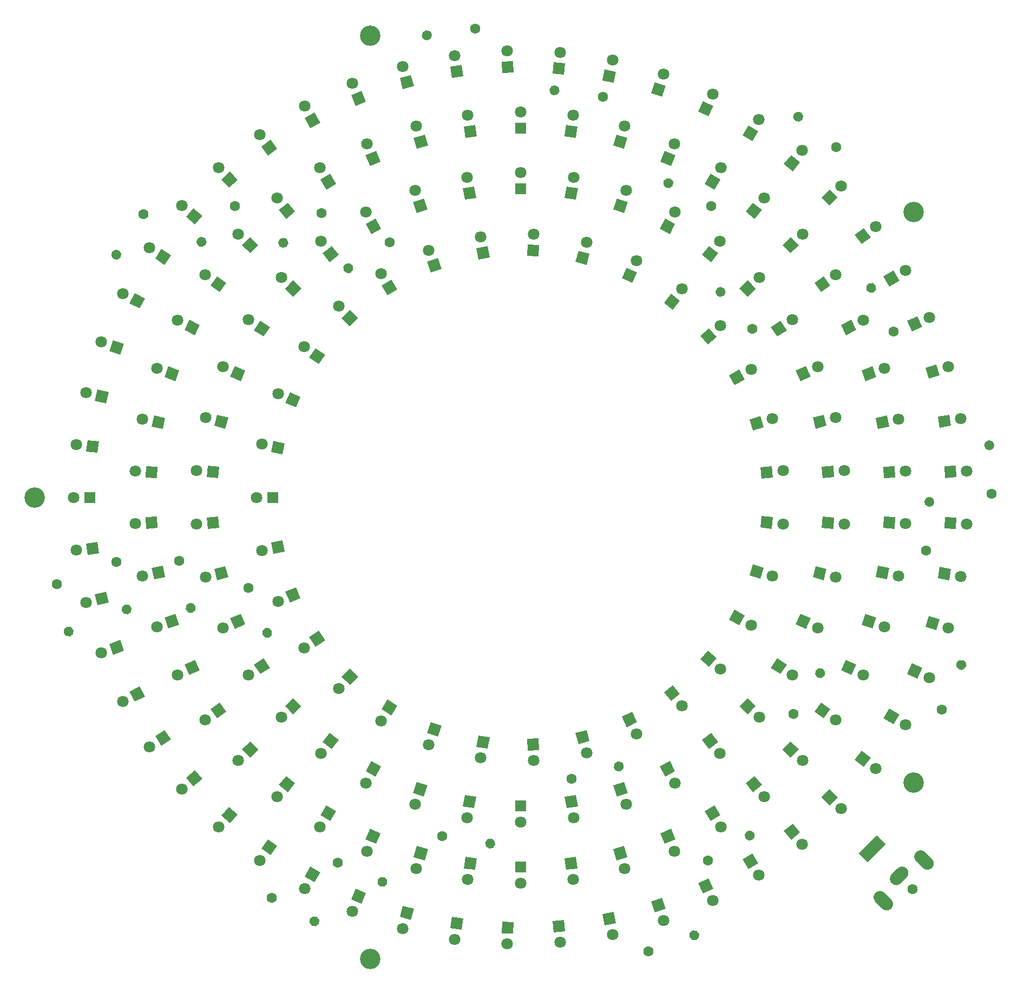
<source format=gbr>
%TF.GenerationSoftware,KiCad,Pcbnew,5.1.9-73d0e3b20d~88~ubuntu20.10.1*%
%TF.CreationDate,2021-06-02T15:00:00-07:00*%
%TF.ProjectId,72mm_id_4_row_168_led,37326d6d-5f69-4645-9f34-5f726f775f31,rev?*%
%TF.SameCoordinates,Original*%
%TF.FileFunction,Soldermask,Bot*%
%TF.FilePolarity,Negative*%
%FSLAX46Y46*%
G04 Gerber Fmt 4.6, Leading zero omitted, Abs format (unit mm)*
G04 Created by KiCad (PCBNEW 5.1.9-73d0e3b20d~88~ubuntu20.10.1) date 2021-06-02 15:00:00*
%MOMM*%
%LPD*%
G01*
G04 APERTURE LIST*
%ADD10C,3.200000*%
%ADD11C,1.800000*%
%ADD12C,0.100000*%
%ADD13R,1.800000X1.800000*%
%ADD14C,1.600000*%
G04 APERTURE END LIST*
D10*
%TO.C,M5*%
X161485000Y-55328300D03*
%TD*%
%TO.C,M4*%
X76514700Y-27719700D03*
%TD*%
%TO.C,M3*%
X24000000Y-100000000D03*
%TD*%
%TO.C,M2*%
X76514700Y-172280000D03*
%TD*%
%TO.C,M1*%
X161485000Y-144672000D03*
%TD*%
D11*
%TO.C,D1*%
X141058043Y-104179751D03*
D12*
G36*
X137542812Y-104715243D02*
G01*
X137730963Y-102925104D01*
X139521102Y-103113255D01*
X139332951Y-104903394D01*
X137542812Y-104715243D01*
G37*
%TD*%
D11*
%TO.C,D2*%
X139380507Y-112346312D03*
D12*
G36*
X135827684Y-112201228D02*
G01*
X136353953Y-110479879D01*
X138075302Y-111006148D01*
X137549033Y-112727497D01*
X135827684Y-112201228D01*
G37*
%TD*%
D11*
%TO.C,D3*%
X136084767Y-120027708D03*
D12*
G36*
X132639747Y-119147121D02*
G01*
X133512404Y-117572806D01*
X135086719Y-118445463D01*
X134214062Y-120019778D01*
X132639747Y-119147121D01*
G37*
%TD*%
D11*
%TO.C,D4*%
X131308481Y-126888195D03*
D12*
G36*
X128121827Y-125310590D02*
G01*
X129302734Y-123952113D01*
X130661211Y-125133020D01*
X129480304Y-126491497D01*
X128121827Y-125310590D01*
G37*
%TD*%
D11*
%TO.C,D5*%
X125265890Y-132631774D03*
D12*
G36*
X122438805Y-130475112D02*
G01*
X123857224Y-129366921D01*
X124965415Y-130785340D01*
X123546996Y-131893531D01*
X122438805Y-130475112D01*
G37*
%TD*%
D11*
%TO.C,D6*%
X118172731Y-137053468D03*
D12*
G36*
X115855820Y-134356151D02*
G01*
X117473650Y-133567083D01*
X118262718Y-135184913D01*
X116644888Y-135973981D01*
X115855820Y-134356151D01*
G37*
%TD*%
D11*
%TO.C,D7*%
X110354700Y-139949726D03*
D12*
G36*
X108595030Y-136859878D02*
G01*
X110333696Y-136394004D01*
X110799570Y-138132670D01*
X109060904Y-138598544D01*
X108595030Y-136859878D01*
G37*
%TD*%
D11*
%TO.C,D8*%
X102092467Y-141217260D03*
D12*
G36*
X101013664Y-137829076D02*
G01*
X102811197Y-137734871D01*
X102905402Y-139532404D01*
X101107869Y-139626609D01*
X101013664Y-137829076D01*
G37*
%TD*%
D11*
%TO.C,D9*%
X93744228Y-140793364D03*
D12*
G36*
X93393444Y-137254925D02*
G01*
X95171283Y-137536508D01*
X94889700Y-139314347D01*
X93111861Y-139032764D01*
X93393444Y-137254925D01*
G37*
%TD*%
D11*
%TO.C,D10*%
X85673434Y-138703410D03*
D12*
G36*
X86004261Y-135163049D02*
G01*
X87695707Y-135778685D01*
X87080071Y-137470131D01*
X85388625Y-136854495D01*
X86004261Y-135163049D01*
G37*
%TD*%
D11*
%TO.C,D11*%
X78168403Y-135023021D03*
D12*
G36*
X79228081Y-131628808D02*
G01*
X80754568Y-132582663D01*
X79800713Y-134109150D01*
X78274226Y-133155295D01*
X79228081Y-131628808D01*
G37*
%TD*%
D11*
%TO.C,D12*%
X71559084Y-129905562D03*
D12*
G36*
X73301303Y-126805840D02*
G01*
X74596114Y-128056225D01*
X73345729Y-129351036D01*
X72050918Y-128100651D01*
X73301303Y-126805840D01*
G37*
%TD*%
D11*
%TO.C,D13*%
X66129177Y-123579442D03*
D12*
G36*
X68430841Y-120869102D02*
G01*
X69463279Y-122343576D01*
X67988805Y-123376014D01*
X66956367Y-121901540D01*
X68430841Y-120869102D01*
G37*
%TD*%
D11*
%TO.C,D14*%
X62072659Y-116270229D03*
D12*
G36*
X64887537Y-114097659D02*
G01*
X65590853Y-115754567D01*
X63933945Y-116457883D01*
X63230629Y-114800975D01*
X64887537Y-114097659D01*
G37*
%TD*%
D11*
%TO.C,D15*%
X59576553Y-108316048D03*
D12*
G36*
X62754259Y-106720499D02*
G01*
X63128500Y-108481164D01*
X61367835Y-108855405D01*
X60993594Y-107094740D01*
X62754259Y-106720499D01*
G37*
%TD*%
D11*
%TO.C,D16*%
X58730000Y-100000000D03*
D13*
X61270000Y-100000000D03*
%TD*%
D11*
%TO.C,D17*%
X59576553Y-91684052D03*
D12*
G36*
X63128500Y-91518936D02*
G01*
X62754259Y-93279601D01*
X60993594Y-92905360D01*
X61367835Y-91144695D01*
X63128500Y-91518936D01*
G37*
%TD*%
D11*
%TO.C,D18*%
X62072659Y-83729571D03*
D12*
G36*
X65590853Y-84245233D02*
G01*
X64887537Y-85902141D01*
X63230629Y-85198825D01*
X63933945Y-83541917D01*
X65590853Y-84245233D01*
G37*
%TD*%
D11*
%TO.C,D19*%
X66129177Y-76420858D03*
D12*
G36*
X69463279Y-77656724D02*
G01*
X68430841Y-79131198D01*
X66956367Y-78098760D01*
X67988805Y-76624286D01*
X69463279Y-77656724D01*
G37*
%TD*%
D11*
%TO.C,D20*%
X71559084Y-70094738D03*
D12*
G36*
X74596114Y-71944075D02*
G01*
X73301303Y-73194460D01*
X72050918Y-71899649D01*
X73345729Y-70649264D01*
X74596114Y-71944075D01*
G37*
%TD*%
D11*
%TO.C,D21*%
X78168403Y-64977179D03*
D12*
G36*
X80754568Y-67417537D02*
G01*
X79228081Y-68371392D01*
X78274226Y-66844905D01*
X79800713Y-65891050D01*
X80754568Y-67417537D01*
G37*
%TD*%
D11*
%TO.C,D22*%
X85673434Y-61296490D03*
D12*
G36*
X87695707Y-64221215D02*
G01*
X86004261Y-64836851D01*
X85388625Y-63145405D01*
X87080071Y-62529769D01*
X87695707Y-64221215D01*
G37*
%TD*%
D11*
%TO.C,D23*%
X93744228Y-59206936D03*
D12*
G36*
X95171283Y-62463792D02*
G01*
X93393444Y-62745375D01*
X93111861Y-60967536D01*
X94889700Y-60685953D01*
X95171283Y-62463792D01*
G37*
%TD*%
D11*
%TO.C,D24*%
X102092467Y-58783040D03*
D12*
G36*
X102811197Y-62265429D02*
G01*
X101013664Y-62171224D01*
X101107869Y-60373691D01*
X102905402Y-60467896D01*
X102811197Y-62265429D01*
G37*
%TD*%
D11*
%TO.C,D25*%
X110354700Y-60050174D03*
D12*
G36*
X110333696Y-63605896D02*
G01*
X108595030Y-63140022D01*
X109060904Y-61401356D01*
X110799570Y-61867230D01*
X110333696Y-63605896D01*
G37*
%TD*%
D11*
%TO.C,D26*%
X118172731Y-62946332D03*
D12*
G36*
X117473650Y-66432717D02*
G01*
X115855820Y-65643649D01*
X116644888Y-64025819D01*
X118262718Y-64814887D01*
X117473650Y-66432717D01*
G37*
%TD*%
D11*
%TO.C,D27*%
X125265890Y-67368226D03*
D12*
G36*
X123857224Y-70633079D02*
G01*
X122438805Y-69524888D01*
X123546996Y-68106469D01*
X124965415Y-69214660D01*
X123857224Y-70633079D01*
G37*
%TD*%
D11*
%TO.C,D28*%
X131308481Y-73111905D03*
D12*
G36*
X129302734Y-76047987D02*
G01*
X128121827Y-74689510D01*
X129480304Y-73508603D01*
X130661211Y-74867080D01*
X129302734Y-76047987D01*
G37*
%TD*%
D11*
%TO.C,D29*%
X136084767Y-79972192D03*
D12*
G36*
X133512404Y-82427094D02*
G01*
X132639747Y-80852779D01*
X134214062Y-79980122D01*
X135086719Y-81554437D01*
X133512404Y-82427094D01*
G37*
%TD*%
D11*
%TO.C,D30*%
X139380507Y-87654188D03*
D12*
G36*
X136353953Y-89520621D02*
G01*
X135827684Y-87799272D01*
X137549033Y-87273003D01*
X138075302Y-88994352D01*
X136353953Y-89520621D01*
G37*
%TD*%
D11*
%TO.C,D31*%
X141058043Y-95820549D03*
D12*
G36*
X137730963Y-97075196D02*
G01*
X137542812Y-95285057D01*
X139332951Y-95096906D01*
X139521102Y-96887045D01*
X137730963Y-97075196D01*
G37*
%TD*%
D11*
%TO.C,D32*%
X150651167Y-104202688D03*
D12*
G36*
X147145818Y-104799447D02*
G01*
X147302698Y-103006297D01*
X149095848Y-103163177D01*
X148938968Y-104956327D01*
X147145818Y-104799447D01*
G37*
%TD*%
D11*
%TO.C,D33*%
X149271276Y-112472241D03*
D12*
G36*
X145715728Y-112513295D02*
G01*
X146151188Y-110766763D01*
X147897720Y-111202223D01*
X147462260Y-112948755D01*
X145715728Y-112513295D01*
G37*
%TD*%
D11*
%TO.C,D34*%
X146542203Y-120422556D03*
D12*
G36*
X143033543Y-119845572D02*
G01*
X143765669Y-118201190D01*
X145410051Y-118933316D01*
X144677925Y-120577698D01*
X143033543Y-119845572D01*
G37*
%TD*%
D11*
%TO.C,D35*%
X142551112Y-127795692D03*
D12*
G36*
X139175909Y-126676936D02*
G01*
X140156260Y-125167329D01*
X141665867Y-126147680D01*
X140685516Y-127657287D01*
X139175909Y-126676936D01*
G37*
%TD*%
D11*
%TO.C,D36*%
X137387819Y-134429138D03*
D12*
G36*
X134258164Y-132741282D02*
G01*
X135485761Y-131424845D01*
X136802198Y-132652442D01*
X135574601Y-133968879D01*
X134258164Y-132741282D01*
G37*
%TD*%
D11*
%TO.C,D37*%
X131219890Y-140106774D03*
D12*
G36*
X128392805Y-137950112D02*
G01*
X129811224Y-136841921D01*
X130919415Y-138260340D01*
X129500996Y-139368531D01*
X128392805Y-137950112D01*
G37*
%TD*%
D11*
%TO.C,D38*%
X124182229Y-144704343D03*
D12*
G36*
X121772594Y-142089529D02*
G01*
X123361899Y-141244480D01*
X124206948Y-142833785D01*
X122617643Y-143678834D01*
X121772594Y-142089529D01*
G37*
%TD*%
D11*
%TO.C,D39*%
X116504472Y-148070809D03*
D12*
G36*
X114533550Y-145111236D02*
G01*
X116235483Y-144525213D01*
X116821506Y-146227146D01*
X115119573Y-146813169D01*
X114533550Y-145111236D01*
G37*
%TD*%
D11*
%TO.C,D40*%
X108355672Y-150134364D03*
D12*
G36*
X106928617Y-146877508D02*
G01*
X108706456Y-146595925D01*
X108988039Y-148373764D01*
X107210200Y-148655347D01*
X106928617Y-146877508D01*
G37*
%TD*%
D11*
%TO.C,D41*%
X100000000Y-150826000D03*
D13*
X100000000Y-148286000D03*
%TD*%
D11*
%TO.C,D42*%
X91644728Y-150134364D03*
D12*
G36*
X91293944Y-146595925D02*
G01*
X93071783Y-146877508D01*
X92790200Y-148655347D01*
X91012361Y-148373764D01*
X91293944Y-146595925D01*
G37*
%TD*%
D11*
%TO.C,D43*%
X83495828Y-148070809D03*
D12*
G36*
X83764817Y-144525213D02*
G01*
X85466750Y-145111236D01*
X84880727Y-146813169D01*
X83178794Y-146227146D01*
X83764817Y-144525213D01*
G37*
%TD*%
D11*
%TO.C,D44*%
X75817971Y-144704343D03*
D12*
G36*
X76638301Y-141244480D02*
G01*
X78227606Y-142089529D01*
X77382557Y-143678834D01*
X75793252Y-142833785D01*
X76638301Y-141244480D01*
G37*
%TD*%
D11*
%TO.C,D45*%
X68780410Y-140106774D03*
D12*
G36*
X70189076Y-136841921D02*
G01*
X71607495Y-137950112D01*
X70499304Y-139368531D01*
X69080885Y-138260340D01*
X70189076Y-136841921D01*
G37*
%TD*%
D11*
%TO.C,D46*%
X62611981Y-134429138D03*
D12*
G36*
X64514039Y-131424845D02*
G01*
X65741636Y-132741282D01*
X64425199Y-133968879D01*
X63197602Y-132652442D01*
X64514039Y-131424845D01*
G37*
%TD*%
D11*
%TO.C,D47*%
X57448688Y-127795692D03*
D12*
G36*
X59843540Y-125167329D02*
G01*
X60823891Y-126676936D01*
X59314284Y-127657287D01*
X58333933Y-126147680D01*
X59843540Y-125167329D01*
G37*
%TD*%
D11*
%TO.C,D48*%
X53458097Y-120422556D03*
D12*
G36*
X56234631Y-118201190D02*
G01*
X56966757Y-119845572D01*
X55322375Y-120577698D01*
X54590249Y-118933316D01*
X56234631Y-118201190D01*
G37*
%TD*%
D11*
%TO.C,D49*%
X50728524Y-112472241D03*
D12*
G36*
X53848612Y-110766763D02*
G01*
X54284072Y-112513295D01*
X52537540Y-112948755D01*
X52102080Y-111202223D01*
X53848612Y-110766763D01*
G37*
%TD*%
D11*
%TO.C,D50*%
X49348533Y-104202688D03*
D12*
G36*
X52697002Y-103006297D02*
G01*
X52853882Y-104799447D01*
X51060732Y-104956327D01*
X50903852Y-103163177D01*
X52697002Y-103006297D01*
G37*
%TD*%
D11*
%TO.C,D51*%
X49348533Y-95797012D03*
D12*
G36*
X52853882Y-95200253D02*
G01*
X52697002Y-96993403D01*
X50903852Y-96836523D01*
X51060732Y-95043373D01*
X52853882Y-95200253D01*
G37*
%TD*%
D11*
%TO.C,D52*%
X50728524Y-87527559D03*
D12*
G36*
X54284072Y-87486505D02*
G01*
X53848612Y-89233037D01*
X52102080Y-88797577D01*
X52537540Y-87051045D01*
X54284072Y-87486505D01*
G37*
%TD*%
D11*
%TO.C,D53*%
X53458097Y-79577244D03*
D12*
G36*
X56966757Y-80154228D02*
G01*
X56234631Y-81798610D01*
X54590249Y-81066484D01*
X55322375Y-79422102D01*
X56966757Y-80154228D01*
G37*
%TD*%
D11*
%TO.C,D54*%
X57448688Y-72204008D03*
D12*
G36*
X60823891Y-73322764D02*
G01*
X59843540Y-74832371D01*
X58333933Y-73852020D01*
X59314284Y-72342413D01*
X60823891Y-73322764D01*
G37*
%TD*%
D11*
%TO.C,D55*%
X62611981Y-65570762D03*
D12*
G36*
X65741636Y-67258618D02*
G01*
X64514039Y-68575055D01*
X63197602Y-67347458D01*
X64425199Y-66031021D01*
X65741636Y-67258618D01*
G37*
%TD*%
D11*
%TO.C,D56*%
X68780410Y-59892926D03*
D12*
G36*
X71607495Y-62049588D02*
G01*
X70189076Y-63157779D01*
X69080885Y-61739360D01*
X70499304Y-60631169D01*
X71607495Y-62049588D01*
G37*
%TD*%
D11*
%TO.C,D57*%
X75817971Y-55295857D03*
D12*
G36*
X78227606Y-57910671D02*
G01*
X76638301Y-58755720D01*
X75793252Y-57166415D01*
X77382557Y-56321366D01*
X78227606Y-57910671D01*
G37*
%TD*%
D11*
%TO.C,D58*%
X83495828Y-51928691D03*
D12*
G36*
X85466750Y-54888264D02*
G01*
X83764817Y-55474287D01*
X83178794Y-53772354D01*
X84880727Y-53186331D01*
X85466750Y-54888264D01*
G37*
%TD*%
D11*
%TO.C,D59*%
X91644728Y-49865936D03*
D12*
G36*
X93071783Y-53122792D02*
G01*
X91293944Y-53404375D01*
X91012361Y-51626536D01*
X92790200Y-51344953D01*
X93071783Y-53122792D01*
G37*
%TD*%
D11*
%TO.C,D60*%
X100000000Y-49174400D03*
D13*
X100000000Y-51714400D03*
%TD*%
D11*
%TO.C,D61*%
X108355672Y-49865936D03*
D12*
G36*
X108706456Y-53404375D02*
G01*
X106928617Y-53122792D01*
X107210200Y-51344953D01*
X108988039Y-51626536D01*
X108706456Y-53404375D01*
G37*
%TD*%
D11*
%TO.C,D62*%
X116504472Y-51928691D03*
D12*
G36*
X116235483Y-55474287D02*
G01*
X114533550Y-54888264D01*
X115119573Y-53186331D01*
X116821506Y-53772354D01*
X116235483Y-55474287D01*
G37*
%TD*%
D11*
%TO.C,D63*%
X124182229Y-55295857D03*
D12*
G36*
X123361899Y-58755720D02*
G01*
X121772594Y-57910671D01*
X122617643Y-56321366D01*
X124206948Y-57166415D01*
X123361899Y-58755720D01*
G37*
%TD*%
D11*
%TO.C,D64*%
X131219890Y-59892926D03*
D12*
G36*
X129811224Y-63157779D02*
G01*
X128392805Y-62049588D01*
X129500996Y-60631169D01*
X130919415Y-61739360D01*
X129811224Y-63157779D01*
G37*
%TD*%
D11*
%TO.C,D65*%
X137387819Y-65570762D03*
D12*
G36*
X135485761Y-68575055D02*
G01*
X134258164Y-67258618D01*
X135574601Y-66031021D01*
X136802198Y-67347458D01*
X135485761Y-68575055D01*
G37*
%TD*%
D11*
%TO.C,D66*%
X142551112Y-72204008D03*
D12*
G36*
X140156260Y-74832371D02*
G01*
X139175909Y-73322764D01*
X140685516Y-72342413D01*
X141665867Y-73852020D01*
X140156260Y-74832371D01*
G37*
%TD*%
D11*
%TO.C,D67*%
X146542203Y-79577244D03*
D12*
G36*
X143765669Y-81798610D02*
G01*
X143033543Y-80154228D01*
X144677925Y-79422102D01*
X145410051Y-81066484D01*
X143765669Y-81798610D01*
G37*
%TD*%
D11*
%TO.C,D68*%
X149271276Y-87527559D03*
D12*
G36*
X146151188Y-89233037D02*
G01*
X145715728Y-87486505D01*
X147462260Y-87051045D01*
X147897720Y-88797577D01*
X146151188Y-89233037D01*
G37*
%TD*%
D11*
%TO.C,D69*%
X150651167Y-95797012D03*
D12*
G36*
X147302698Y-96993403D02*
G01*
X147145818Y-95200253D01*
X148938968Y-95043373D01*
X149095848Y-96836523D01*
X147302698Y-96993403D01*
G37*
%TD*%
D11*
%TO.C,D70*%
X160239906Y-104122591D03*
D12*
G36*
X156745506Y-104780436D02*
G01*
X156871067Y-102984821D01*
X158666682Y-103110382D01*
X158541121Y-104905997D01*
X156745506Y-104780436D01*
G37*
%TD*%
D11*
%TO.C,D71*%
X159117247Y-112291048D03*
D12*
G36*
X155565300Y-112456164D02*
G01*
X155939541Y-110695499D01*
X157700206Y-111069740D01*
X157325965Y-112830405D01*
X155565300Y-112456164D01*
G37*
%TD*%
D11*
%TO.C,D72*%
X156891410Y-120229366D03*
D12*
G36*
X153351049Y-119898539D02*
G01*
X153966685Y-118207093D01*
X155658131Y-118822729D01*
X155042495Y-120514175D01*
X153351049Y-119898539D01*
G37*
%TD*%
D11*
%TO.C,D73*%
X153615578Y-127771568D03*
D12*
G36*
X150141925Y-127011746D02*
G01*
X150959108Y-125407935D01*
X152562919Y-126225118D01*
X151745736Y-127828929D01*
X150141925Y-127011746D01*
G37*
%TD*%
D11*
%TO.C,D74*%
X149332323Y-134816442D03*
D12*
G36*
X145998221Y-133580576D02*
G01*
X147030659Y-132106102D01*
X148505133Y-133138540D01*
X147472695Y-134613014D01*
X145998221Y-133580576D01*
G37*
%TD*%
D11*
%TO.C,D75*%
X144129819Y-141212138D03*
D12*
G36*
X141000164Y-139524282D02*
G01*
X142227761Y-138207845D01*
X143544198Y-139435442D01*
X142316601Y-140751879D01*
X141000164Y-139524282D01*
G37*
%TD*%
D11*
%TO.C,D76*%
X138103237Y-146839975D03*
D12*
G36*
X135238943Y-144732982D02*
G01*
X136637806Y-143600205D01*
X137770583Y-144999068D01*
X136371720Y-146131845D01*
X135238943Y-144732982D01*
G37*
%TD*%
D11*
%TO.C,D77*%
X131367098Y-151594602D03*
D12*
G36*
X128823917Y-149109482D02*
G01*
X130366818Y-148182413D01*
X131293887Y-149725314D01*
X129750986Y-150652383D01*
X128823917Y-149109482D01*
G37*
%TD*%
D11*
%TO.C,D78*%
X124046229Y-155386041D03*
D12*
G36*
X121873659Y-152571163D02*
G01*
X123530567Y-151867847D01*
X124233883Y-153524755D01*
X122576975Y-154228071D01*
X121873659Y-152571163D01*
G37*
%TD*%
D11*
%TO.C,D79*%
X116298059Y-158139802D03*
D12*
G36*
X114484732Y-155081136D02*
G01*
X116215003Y-154584989D01*
X116711150Y-156315260D01*
X114980879Y-156811407D01*
X114484732Y-155081136D01*
G37*
%TD*%
D11*
%TO.C,D80*%
X108225750Y-159818640D03*
D12*
G36*
X106855753Y-156537375D02*
G01*
X108638235Y-156286863D01*
X108888747Y-158069345D01*
X107106265Y-158319857D01*
X106855753Y-156537375D01*
G37*
%TD*%
D11*
%TO.C,D81*%
X100000000Y-160381000D03*
D13*
X100000000Y-157841000D03*
%TD*%
D11*
%TO.C,D82*%
X91774250Y-159818640D03*
D12*
G36*
X91361765Y-156286863D02*
G01*
X93144247Y-156537375D01*
X92893735Y-158319857D01*
X91111253Y-158069345D01*
X91361765Y-156286863D01*
G37*
%TD*%
D11*
%TO.C,D83*%
X83701941Y-158139802D03*
D12*
G36*
X83784997Y-154584989D02*
G01*
X85515268Y-155081136D01*
X85019121Y-156811407D01*
X83288850Y-156315260D01*
X83784997Y-154584989D01*
G37*
%TD*%
D11*
%TO.C,D84*%
X75953871Y-155386041D03*
D12*
G36*
X76469533Y-151867847D02*
G01*
X78126441Y-152571163D01*
X77423125Y-154228071D01*
X75766217Y-153524755D01*
X76469533Y-151867847D01*
G37*
%TD*%
D11*
%TO.C,D85*%
X68632702Y-151594602D03*
D12*
G36*
X69632982Y-148182413D02*
G01*
X71175883Y-149109482D01*
X70248814Y-150652383D01*
X68705913Y-149725314D01*
X69632982Y-148182413D01*
G37*
%TD*%
D11*
%TO.C,D86*%
X61896463Y-146839975D03*
D12*
G36*
X63361894Y-143600205D02*
G01*
X64760757Y-144732982D01*
X63627980Y-146131845D01*
X62229117Y-144999068D01*
X63361894Y-143600205D01*
G37*
%TD*%
D11*
%TO.C,D87*%
X55870681Y-141212138D03*
D12*
G36*
X57772739Y-138207845D02*
G01*
X59000336Y-139524282D01*
X57683899Y-140751879D01*
X56456302Y-139435442D01*
X57772739Y-138207845D01*
G37*
%TD*%
D11*
%TO.C,D88*%
X50667677Y-134816442D03*
D12*
G36*
X52969341Y-132106102D02*
G01*
X54001779Y-133580576D01*
X52527305Y-134613014D01*
X51494867Y-133138540D01*
X52969341Y-132106102D01*
G37*
%TD*%
D11*
%TO.C,D89*%
X46384522Y-127771568D03*
D12*
G36*
X49040992Y-125407935D02*
G01*
X49858175Y-127011746D01*
X48254364Y-127828929D01*
X47437181Y-126225118D01*
X49040992Y-125407935D01*
G37*
%TD*%
D11*
%TO.C,D90*%
X43108490Y-120229366D03*
D12*
G36*
X46033215Y-118207093D02*
G01*
X46648851Y-119898539D01*
X44957405Y-120514175D01*
X44341769Y-118822729D01*
X46033215Y-118207093D01*
G37*
%TD*%
D11*
%TO.C,D91*%
X40883053Y-112291048D03*
D12*
G36*
X44060759Y-110695499D02*
G01*
X44435000Y-112456164D01*
X42674335Y-112830405D01*
X42300094Y-111069740D01*
X44060759Y-110695499D01*
G37*
%TD*%
D11*
%TO.C,D92*%
X39759794Y-104122591D03*
D12*
G36*
X43128633Y-102984821D02*
G01*
X43254194Y-104780436D01*
X41458579Y-104905997D01*
X41333018Y-103110382D01*
X43128633Y-102984821D01*
G37*
%TD*%
D11*
%TO.C,D93*%
X39759794Y-95877509D03*
D12*
G36*
X43254194Y-95219664D02*
G01*
X43128633Y-97015279D01*
X41333018Y-96889718D01*
X41458579Y-95094103D01*
X43254194Y-95219664D01*
G37*
%TD*%
D11*
%TO.C,D94*%
X40883053Y-87709452D03*
D12*
G36*
X44435000Y-87544336D02*
G01*
X44060759Y-89305001D01*
X42300094Y-88930760D01*
X42674335Y-87170095D01*
X44435000Y-87544336D01*
G37*
%TD*%
D11*
%TO.C,D95*%
X43108490Y-79770534D03*
D12*
G36*
X46648851Y-80101361D02*
G01*
X46033215Y-81792807D01*
X44341769Y-81177171D01*
X44957405Y-79485725D01*
X46648851Y-80101361D01*
G37*
%TD*%
D11*
%TO.C,D96*%
X46384522Y-72228432D03*
D12*
G36*
X49858175Y-72988254D02*
G01*
X49040992Y-74592065D01*
X47437181Y-73774882D01*
X48254364Y-72171071D01*
X49858175Y-72988254D01*
G37*
%TD*%
D11*
%TO.C,D97*%
X50667677Y-65183358D03*
D12*
G36*
X54001779Y-66419224D02*
G01*
X52969341Y-67893698D01*
X51494867Y-66861260D01*
X52527305Y-65386786D01*
X54001779Y-66419224D01*
G37*
%TD*%
D11*
%TO.C,D98*%
X55870681Y-58787362D03*
D12*
G36*
X59000336Y-60475218D02*
G01*
X57772739Y-61791655D01*
X56456302Y-60564058D01*
X57683899Y-59247621D01*
X59000336Y-60475218D01*
G37*
%TD*%
D11*
%TO.C,D99*%
X61896463Y-53159825D03*
D12*
G36*
X64760757Y-55266818D02*
G01*
X63361894Y-56399595D01*
X62229117Y-55000732D01*
X63627980Y-53867955D01*
X64760757Y-55266818D01*
G37*
%TD*%
D11*
%TO.C,D100*%
X68632702Y-48405698D03*
D12*
G36*
X71175883Y-50890818D02*
G01*
X69632982Y-51817887D01*
X68705913Y-50274986D01*
X70248814Y-49347917D01*
X71175883Y-50890818D01*
G37*
%TD*%
D11*
%TO.C,D101*%
X75953871Y-44613559D03*
D12*
G36*
X78126441Y-47428437D02*
G01*
X76469533Y-48131753D01*
X75766217Y-46474845D01*
X77423125Y-45771529D01*
X78126441Y-47428437D01*
G37*
%TD*%
D11*
%TO.C,D102*%
X83701941Y-41860098D03*
D12*
G36*
X85515268Y-44918764D02*
G01*
X83784997Y-45414911D01*
X83288850Y-43684640D01*
X85019121Y-43188493D01*
X85515268Y-44918764D01*
G37*
%TD*%
D11*
%TO.C,D103*%
X91774250Y-40181860D03*
D12*
G36*
X93144247Y-43463125D02*
G01*
X91361765Y-43713637D01*
X91111253Y-41931155D01*
X92893735Y-41680643D01*
X93144247Y-43463125D01*
G37*
%TD*%
D11*
%TO.C,D104*%
X100000000Y-39618900D03*
D13*
X100000000Y-42158900D03*
%TD*%
D11*
%TO.C,D105*%
X108225750Y-40181860D03*
D12*
G36*
X108638235Y-43713637D02*
G01*
X106855753Y-43463125D01*
X107106265Y-41680643D01*
X108888747Y-41931155D01*
X108638235Y-43713637D01*
G37*
%TD*%
D11*
%TO.C,D106*%
X116298059Y-41860098D03*
D12*
G36*
X116215003Y-45414911D02*
G01*
X114484732Y-44918764D01*
X114980879Y-43188493D01*
X116711150Y-43684640D01*
X116215003Y-45414911D01*
G37*
%TD*%
D11*
%TO.C,D107*%
X124046229Y-44613559D03*
D12*
G36*
X123530567Y-48131753D02*
G01*
X121873659Y-47428437D01*
X122576975Y-45771529D01*
X124233883Y-46474845D01*
X123530567Y-48131753D01*
G37*
%TD*%
D11*
%TO.C,D108*%
X131367098Y-48405698D03*
D12*
G36*
X130366818Y-51817887D02*
G01*
X128823917Y-50890818D01*
X129750986Y-49347917D01*
X131293887Y-50274986D01*
X130366818Y-51817887D01*
G37*
%TD*%
D11*
%TO.C,D109*%
X138103237Y-53159825D03*
D12*
G36*
X136637806Y-56399595D02*
G01*
X135238943Y-55266818D01*
X136371720Y-53867955D01*
X137770583Y-55000732D01*
X136637806Y-56399595D01*
G37*
%TD*%
D11*
%TO.C,D110*%
X144129819Y-58787362D03*
D12*
G36*
X142227761Y-61791655D02*
G01*
X141000164Y-60475218D01*
X142316601Y-59247621D01*
X143544198Y-60564058D01*
X142227761Y-61791655D01*
G37*
%TD*%
D11*
%TO.C,D111*%
X149332323Y-65183358D03*
D12*
G36*
X147030659Y-67893698D02*
G01*
X145998221Y-66419224D01*
X147472695Y-65386786D01*
X148505133Y-66861260D01*
X147030659Y-67893698D01*
G37*
%TD*%
D11*
%TO.C,D112*%
X153615578Y-72228432D03*
D12*
G36*
X150959108Y-74592065D02*
G01*
X150141925Y-72988254D01*
X151745736Y-72171071D01*
X152562919Y-73774882D01*
X150959108Y-74592065D01*
G37*
%TD*%
D11*
%TO.C,D113*%
X156891410Y-79770534D03*
D12*
G36*
X153966685Y-81792807D02*
G01*
X153351049Y-80101361D01*
X155042495Y-79485725D01*
X155658131Y-81177171D01*
X153966685Y-81792807D01*
G37*
%TD*%
D11*
%TO.C,D114*%
X159117247Y-87709452D03*
D12*
G36*
X155939541Y-89305001D02*
G01*
X155565300Y-87544336D01*
X157325965Y-87170095D01*
X157700206Y-88930760D01*
X155939541Y-89305001D01*
G37*
%TD*%
D11*
%TO.C,D115*%
X160239906Y-95877509D03*
D12*
G36*
X156871067Y-97015279D02*
G01*
X156745506Y-95219664D01*
X158541121Y-95094103D01*
X158666682Y-96889718D01*
X156871067Y-97015279D01*
G37*
%TD*%
D11*
%TO.C,D116*%
X169814260Y-104134467D03*
D12*
G36*
X166331871Y-104853197D02*
G01*
X166426076Y-103055664D01*
X168223609Y-103149869D01*
X168129404Y-104947402D01*
X166331871Y-104853197D01*
G37*
%TD*%
D11*
%TO.C,D117*%
X168834706Y-112366533D03*
D12*
G36*
X165290684Y-112655511D02*
G01*
X165603250Y-110882857D01*
X167375904Y-111195423D01*
X167063338Y-112968077D01*
X165290684Y-112655511D01*
G37*
%TD*%
D11*
%TO.C,D118*%
X166887507Y-120426312D03*
D12*
G36*
X163334684Y-120281228D02*
G01*
X163860953Y-118559879D01*
X165582302Y-119086148D01*
X165056033Y-120807497D01*
X163334684Y-120281228D01*
G37*
%TD*%
D11*
%TO.C,D119*%
X164000203Y-128197556D03*
D12*
G36*
X160491543Y-127620572D02*
G01*
X161223669Y-125976190D01*
X162868051Y-126708316D01*
X162135925Y-128352698D01*
X160491543Y-127620572D01*
G37*
%TD*%
D11*
%TO.C,D120*%
X160213602Y-135573098D03*
D12*
G36*
X156801413Y-134572818D02*
G01*
X157728482Y-133029917D01*
X159271383Y-133956986D01*
X158344314Y-135499887D01*
X156801413Y-134572818D01*
G37*
%TD*%
D11*
%TO.C,D121*%
X155594267Y-142431305D03*
D12*
G36*
X152305328Y-141079833D02*
G01*
X153388595Y-139642290D01*
X154826138Y-140725557D01*
X153742871Y-142163100D01*
X152305328Y-141079833D01*
G37*
%TD*%
D11*
%TO.C,D122*%
X150182562Y-148712216D03*
D12*
G36*
X147082840Y-146969997D02*
G01*
X148333225Y-145675186D01*
X149628036Y-146925571D01*
X148377651Y-148220382D01*
X147082840Y-146969997D01*
G37*
%TD*%
D11*
%TO.C,D123*%
X144065237Y-154307975D03*
D12*
G36*
X141200943Y-152200982D02*
G01*
X142599806Y-151068205D01*
X143732583Y-152467068D01*
X142333720Y-153599845D01*
X141200943Y-152200982D01*
G37*
%TD*%
D11*
%TO.C,D124*%
X137328997Y-159141021D03*
D12*
G36*
X134742832Y-156700663D02*
G01*
X136269319Y-155746808D01*
X137223174Y-157273295D01*
X135696687Y-158227150D01*
X134742832Y-156700663D01*
G37*
%TD*%
D11*
%TO.C,D125*%
X130067725Y-163143011D03*
D12*
G36*
X127798242Y-160405668D02*
G01*
X129429596Y-159644956D01*
X130190308Y-161276310D01*
X128558954Y-162037022D01*
X127798242Y-160405668D01*
G37*
%TD*%
D11*
%TO.C,D126*%
X122405472Y-166250809D03*
D12*
G36*
X120434550Y-163291236D02*
G01*
X122136483Y-162705213D01*
X122722506Y-164407146D01*
X121020573Y-164993169D01*
X120434550Y-163291236D01*
G37*
%TD*%
D11*
%TO.C,D127*%
X114408048Y-168436247D03*
D12*
G36*
X112812499Y-165258541D02*
G01*
X114573164Y-164884300D01*
X114947405Y-166644965D01*
X113186740Y-167019206D01*
X112812499Y-165258541D01*
G37*
%TD*%
D11*
%TO.C,D128*%
X106207688Y-169660167D03*
D12*
G36*
X105011297Y-166311698D02*
G01*
X106804447Y-166154818D01*
X106961327Y-167947968D01*
X105168177Y-168104848D01*
X105011297Y-166311698D01*
G37*
%TD*%
D11*
%TO.C,D129*%
X97920878Y-169906226D03*
D12*
G36*
X97141480Y-166436913D02*
G01*
X98940383Y-166499732D01*
X98877564Y-168298635D01*
X97078661Y-168235816D01*
X97141480Y-166436913D01*
G37*
%TD*%
D11*
%TO.C,D130*%
X89684850Y-169171640D03*
D12*
G36*
X89272365Y-165639863D02*
G01*
X91054847Y-165890375D01*
X90804335Y-167672857D01*
X89021853Y-167422345D01*
X89272365Y-165639863D01*
G37*
%TD*%
D11*
%TO.C,D131*%
X81571600Y-167464726D03*
D12*
G36*
X81592604Y-163909004D02*
G01*
X83331270Y-164374878D01*
X82865396Y-166113544D01*
X81126730Y-165647670D01*
X81592604Y-163909004D01*
G37*
%TD*%
D11*
%TO.C,D132*%
X73717450Y-164810523D03*
D12*
G36*
X74171630Y-161283866D02*
G01*
X75840561Y-161958157D01*
X75166270Y-163627088D01*
X73497339Y-162952797D01*
X74171630Y-161283866D01*
G37*
%TD*%
D11*
%TO.C,D133*%
X66232592Y-161244767D03*
D12*
G36*
X67113179Y-157799747D02*
G01*
X68687494Y-158672404D01*
X67814837Y-160246719D01*
X66240522Y-159374062D01*
X67113179Y-157799747D01*
G37*
%TD*%
D11*
%TO.C,D134*%
X59222213Y-156818452D03*
D12*
G36*
X60516078Y-153506426D02*
G01*
X61972309Y-154564439D01*
X60914296Y-156020670D01*
X59458065Y-154962657D01*
X60516078Y-153506426D01*
G37*
%TD*%
D11*
%TO.C,D135*%
X52801404Y-151608794D03*
D12*
G36*
X54434383Y-148450158D02*
G01*
X55772044Y-149654593D01*
X54567609Y-150992254D01*
X53229948Y-149787819D01*
X54434383Y-148450158D01*
G37*
%TD*%
D11*
%TO.C,D136*%
X47025719Y-145660195D03*
D12*
G36*
X49031466Y-142724113D02*
G01*
X50212373Y-144082590D01*
X48853896Y-145263497D01*
X47672989Y-143905020D01*
X49031466Y-142724113D01*
G37*
%TD*%
D11*
%TO.C,D137*%
X41994622Y-139070175D03*
D12*
G36*
X44343238Y-136400418D02*
G01*
X45349785Y-137892685D01*
X43857518Y-138899232D01*
X42850971Y-137406965D01*
X44343238Y-136400418D01*
G37*
%TD*%
D11*
%TO.C,D138*%
X37778622Y-131931568D03*
D12*
G36*
X40435092Y-129567935D02*
G01*
X41252275Y-131171746D01*
X39648464Y-131988929D01*
X38831281Y-130385118D01*
X40435092Y-129567935D01*
G37*
%TD*%
D11*
%TO.C,D139*%
X34437090Y-124344366D03*
D12*
G36*
X37361815Y-122322093D02*
G01*
X37977451Y-124013539D01*
X36286005Y-124629175D01*
X35670369Y-122937729D01*
X37361815Y-122322093D01*
G37*
%TD*%
D11*
%TO.C,D140*%
X32022124Y-116436241D03*
D12*
G36*
X35142212Y-114730763D02*
G01*
X35577672Y-116477295D01*
X33831140Y-116912755D01*
X33395680Y-115166223D01*
X35142212Y-114730763D01*
G37*
%TD*%
D11*
%TO.C,D141*%
X30554766Y-108275774D03*
D12*
G36*
X33859443Y-106963252D02*
G01*
X34078808Y-108749835D01*
X32292225Y-108969200D01*
X32072860Y-107182617D01*
X33859443Y-106963252D01*
G37*
%TD*%
D11*
%TO.C,D142*%
X30063300Y-100000000D03*
D13*
X32603300Y-100000000D03*
%TD*%
D11*
%TO.C,D143*%
X30554766Y-91723826D03*
D12*
G36*
X34078808Y-91249765D02*
G01*
X33859443Y-93036348D01*
X32072860Y-92816983D01*
X32292225Y-91030400D01*
X34078808Y-91249765D01*
G37*
%TD*%
D11*
%TO.C,D144*%
X32022124Y-83563959D03*
D12*
G36*
X35577672Y-83522905D02*
G01*
X35142212Y-85269437D01*
X33395680Y-84833977D01*
X33831140Y-83087445D01*
X35577672Y-83522905D01*
G37*
%TD*%
D11*
%TO.C,D145*%
X34437090Y-75655834D03*
D12*
G36*
X37977451Y-75986661D02*
G01*
X37361815Y-77678107D01*
X35670369Y-77062471D01*
X36286005Y-75371025D01*
X37977451Y-75986661D01*
G37*
%TD*%
D11*
%TO.C,D146*%
X37778622Y-68068232D03*
D12*
G36*
X41252275Y-68828054D02*
G01*
X40435092Y-70431865D01*
X38831281Y-69614682D01*
X39648464Y-68010871D01*
X41252275Y-68828054D01*
G37*
%TD*%
D11*
%TO.C,D147*%
X41994622Y-60929425D03*
D12*
G36*
X45349785Y-62106915D02*
G01*
X44343238Y-63599182D01*
X42850971Y-62592635D01*
X43857518Y-61100368D01*
X45349785Y-62106915D01*
G37*
%TD*%
D11*
%TO.C,D148*%
X47025719Y-54339705D03*
D12*
G36*
X50212373Y-55917310D02*
G01*
X49031466Y-57275787D01*
X47672989Y-56094880D01*
X48853896Y-54736403D01*
X50212373Y-55917310D01*
G37*
%TD*%
D11*
%TO.C,D149*%
X52801404Y-48391606D03*
D12*
G36*
X55772044Y-50345807D02*
G01*
X54434383Y-51550242D01*
X53229948Y-50212581D01*
X54567609Y-49008146D01*
X55772044Y-50345807D01*
G37*
%TD*%
D11*
%TO.C,D150*%
X59222213Y-43181748D03*
D12*
G36*
X61972309Y-45435761D02*
G01*
X60516078Y-46493774D01*
X59458065Y-45037543D01*
X60914296Y-43979530D01*
X61972309Y-45435761D01*
G37*
%TD*%
D11*
%TO.C,D151*%
X66232592Y-38755433D03*
D12*
G36*
X68687494Y-41327796D02*
G01*
X67113179Y-42200453D01*
X66240522Y-40626138D01*
X67814837Y-39753481D01*
X68687494Y-41327796D01*
G37*
%TD*%
D11*
%TO.C,D152*%
X73717450Y-35189777D03*
D12*
G36*
X75840561Y-38042143D02*
G01*
X74171630Y-38716434D01*
X73497339Y-37047503D01*
X75166270Y-36373212D01*
X75840561Y-38042143D01*
G37*
%TD*%
D11*
%TO.C,D153*%
X81571600Y-32534974D03*
D12*
G36*
X83331270Y-35624822D02*
G01*
X81592604Y-36090696D01*
X81126730Y-34352030D01*
X82865396Y-33886156D01*
X83331270Y-35624822D01*
G37*
%TD*%
D11*
%TO.C,D154*%
X89684850Y-30828260D03*
D12*
G36*
X91054847Y-34109525D02*
G01*
X89272365Y-34360037D01*
X89021853Y-32577555D01*
X90804335Y-32327043D01*
X91054847Y-34109525D01*
G37*
%TD*%
D11*
%TO.C,D155*%
X97920878Y-30094274D03*
D12*
G36*
X98940383Y-33500768D02*
G01*
X97141480Y-33563587D01*
X97078661Y-31764684D01*
X98877564Y-31701865D01*
X98940383Y-33500768D01*
G37*
%TD*%
D11*
%TO.C,D156*%
X106207688Y-30339433D03*
D12*
G36*
X106804447Y-33844782D02*
G01*
X105011297Y-33687902D01*
X105168177Y-31894752D01*
X106961327Y-32051632D01*
X106804447Y-33844782D01*
G37*
%TD*%
D11*
%TO.C,D157*%
X114408048Y-31563553D03*
D12*
G36*
X114573164Y-35115500D02*
G01*
X112812499Y-34741259D01*
X113186740Y-32980594D01*
X114947405Y-33354835D01*
X114573164Y-35115500D01*
G37*
%TD*%
D11*
%TO.C,D158*%
X122405472Y-33749491D03*
D12*
G36*
X122136483Y-37295087D02*
G01*
X120434550Y-36709064D01*
X121020573Y-35007131D01*
X122722506Y-35593154D01*
X122136483Y-37295087D01*
G37*
%TD*%
D11*
%TO.C,D159*%
X130067725Y-36856889D03*
D12*
G36*
X129429596Y-40354944D02*
G01*
X127798242Y-39594232D01*
X128558954Y-37962878D01*
X130190308Y-38723590D01*
X129429596Y-40354944D01*
G37*
%TD*%
D11*
%TO.C,D160*%
X137328997Y-40858679D03*
D12*
G36*
X136269319Y-44252892D02*
G01*
X134742832Y-43299037D01*
X135696687Y-41772550D01*
X137223174Y-42726405D01*
X136269319Y-44252892D01*
G37*
%TD*%
D11*
%TO.C,D161*%
X144065237Y-45691725D03*
D12*
G36*
X142599806Y-48931495D02*
G01*
X141200943Y-47798718D01*
X142333720Y-46399855D01*
X143732583Y-47532632D01*
X142599806Y-48931495D01*
G37*
%TD*%
D11*
%TO.C,D162*%
X150182562Y-51287984D03*
D12*
G36*
X148333225Y-54325014D02*
G01*
X147082840Y-53030203D01*
X148377651Y-51779818D01*
X149628036Y-53074629D01*
X148333225Y-54325014D01*
G37*
%TD*%
D11*
%TO.C,D163*%
X155594267Y-57568795D03*
D12*
G36*
X153388595Y-60357810D02*
G01*
X152305328Y-58920267D01*
X153742871Y-57837000D01*
X154826138Y-59274543D01*
X153388595Y-60357810D01*
G37*
%TD*%
D11*
%TO.C,D164*%
X160213602Y-64426802D03*
D12*
G36*
X157728482Y-66969983D02*
G01*
X156801413Y-65427082D01*
X158344314Y-64500013D01*
X159271383Y-66042914D01*
X157728482Y-66969983D01*
G37*
%TD*%
D11*
%TO.C,D165*%
X164000203Y-71802344D03*
D12*
G36*
X161223669Y-74023710D02*
G01*
X160491543Y-72379328D01*
X162135925Y-71647202D01*
X162868051Y-73291584D01*
X161223669Y-74023710D01*
G37*
%TD*%
D11*
%TO.C,D166*%
X166887507Y-79574088D03*
D12*
G36*
X163860953Y-81440521D02*
G01*
X163334684Y-79719172D01*
X165056033Y-79192903D01*
X165582302Y-80914252D01*
X163860953Y-81440521D01*
G37*
%TD*%
D11*
%TO.C,D167*%
X168834706Y-87632967D03*
D12*
G36*
X165603250Y-89116643D02*
G01*
X165290684Y-87343989D01*
X167063338Y-87031423D01*
X167375904Y-88804077D01*
X165603250Y-89116643D01*
G37*
%TD*%
D11*
%TO.C,D168*%
X169814260Y-95865633D03*
D12*
G36*
X166426076Y-96944436D02*
G01*
X166331871Y-95146903D01*
X168129404Y-95052698D01*
X168223609Y-96850231D01*
X166426076Y-96944436D01*
G37*
%TD*%
D14*
%TO.C,J1*%
X161363961Y-161363961D03*
G36*
G01*
X162954951Y-158005204D02*
X161894291Y-156944544D01*
G75*
G02*
X161894291Y-155530330I707107J707107D01*
G01*
X161894291Y-155530330D01*
G75*
G02*
X163308505Y-155530330I707107J-707107D01*
G01*
X164369165Y-156590990D01*
G75*
G02*
X164369165Y-158005204I-707107J-707107D01*
G01*
X164369165Y-158005204D01*
G75*
G02*
X162954951Y-158005204I-707107J707107D01*
G01*
G37*
G36*
G01*
X156590990Y-164369165D02*
X155530330Y-163308505D01*
G75*
G02*
X155530330Y-161894291I707107J707107D01*
G01*
X155530330Y-161894291D01*
G75*
G02*
X156944544Y-161894291I707107J-707107D01*
G01*
X158005204Y-162954951D01*
G75*
G02*
X158005204Y-164369165I-707107J-707107D01*
G01*
X158005204Y-164369165D01*
G75*
G02*
X156590990Y-164369165I-707107J707107D01*
G01*
G37*
G36*
G01*
X158075915Y-160409367D02*
X158075915Y-160409367D01*
G75*
G02*
X158075915Y-158995153I707107J707107D01*
G01*
X158995153Y-158075915D01*
G75*
G02*
X160409367Y-158075915I707107J-707107D01*
G01*
X160409367Y-158075915D01*
G75*
G02*
X160409367Y-159490129I-707107J-707107D01*
G01*
X159490129Y-160409367D01*
G75*
G02*
X158075915Y-160409367I-707107J707107D01*
G01*
G37*
D12*
G36*
X154292893Y-157121320D02*
G01*
X152878680Y-155707107D01*
X155707107Y-152878680D01*
X157121320Y-154292893D01*
X154292893Y-157121320D01*
G37*
%TD*%
D14*
%TO.C,R1*%
X108019823Y-144086101D03*
G36*
G01*
X114607436Y-142320954D02*
X114607436Y-142320954D01*
G75*
G02*
X115173122Y-141341158I772741J207055D01*
G01*
X115173122Y-141341158D01*
G75*
G02*
X116152918Y-141906844I207055J-772741D01*
G01*
X116152918Y-141906844D01*
G75*
G02*
X115587232Y-142886640I-772741J-207055D01*
G01*
X115587232Y-142886640D01*
G75*
G02*
X114607436Y-142320954I-207055J772741D01*
G01*
G37*
%TD*%
%TO.C,R2*%
X57411314Y-114192877D03*
G36*
G01*
X60076101Y-120470719D02*
X60076101Y-120470719D01*
G75*
G02*
X61125090Y-120894538I312585J-736404D01*
G01*
X61125090Y-120894538D01*
G75*
G02*
X60701271Y-121943527I-736404J-312585D01*
G01*
X60701271Y-121943527D01*
G75*
G02*
X59652282Y-121519708I-312585J736404D01*
G01*
X59652282Y-121519708D01*
G75*
G02*
X60076101Y-120470719I736404J312585D01*
G01*
G37*
%TD*%
%TO.C,R3*%
X79531063Y-60081008D03*
G36*
G01*
X73747375Y-63695057D02*
X73747375Y-63695057D01*
G75*
G02*
X73492872Y-64797430I-678438J-423935D01*
G01*
X73492872Y-64797430D01*
G75*
G02*
X72390499Y-64542927I-423935J678438D01*
G01*
X72390499Y-64542927D01*
G75*
G02*
X72645002Y-63440554I678438J423935D01*
G01*
X72645002Y-63440554D01*
G75*
G02*
X73747375Y-63695057I423935J-678438D01*
G01*
G37*
%TD*%
%TO.C,R4*%
X136299585Y-73575444D03*
G36*
G01*
X131825262Y-68428324D02*
X131825262Y-68428324D01*
G75*
G02*
X130696647Y-68349403I-524847J603768D01*
G01*
X130696647Y-68349403D01*
G75*
G02*
X130775568Y-67220788I603768J524847D01*
G01*
X130775568Y-67220788D01*
G75*
G02*
X131904183Y-67299709I524847J-603768D01*
G01*
X131904183Y-67299709D01*
G75*
G02*
X131825262Y-68428324I-603768J-524847D01*
G01*
G37*
%TD*%
%TO.C,R5*%
X142724925Y-133895335D03*
G36*
G01*
X146439364Y-128175601D02*
X146439364Y-128175601D01*
G75*
G02*
X146204139Y-127068954I435711J670936D01*
G01*
X146204139Y-127068954D01*
G75*
G02*
X147310786Y-126833729I670936J-435711D01*
G01*
X147310786Y-126833729D01*
G75*
G02*
X147546011Y-127940376I-435711J-670936D01*
G01*
X147546011Y-127940376D01*
G75*
G02*
X146439364Y-128175601I-670936J435711D01*
G01*
G37*
%TD*%
%TO.C,R6*%
X87736907Y-153003985D03*
G36*
G01*
X94472942Y-154070867D02*
X94472942Y-154070867D01*
G75*
G02*
X95388241Y-153405864I790151J-125148D01*
G01*
X95388241Y-153405864D01*
G75*
G02*
X96053244Y-154321163I-125148J-790151D01*
G01*
X96053244Y-154321163D01*
G75*
G02*
X95137945Y-154986166I-790151J125148D01*
G01*
X95137945Y-154986166D01*
G75*
G02*
X94472942Y-154070867I125148J790151D01*
G01*
G37*
%TD*%
%TO.C,R7*%
X46578278Y-109903173D03*
G36*
G01*
X48228184Y-116520590D02*
X48228184Y-116520590D01*
G75*
G02*
X49197959Y-117103289I193538J-776237D01*
G01*
X49197959Y-117103289D01*
G75*
G02*
X48615260Y-118073064I-776237J-193538D01*
G01*
X48615260Y-118073064D01*
G75*
G02*
X47645485Y-117490365I-193538J776237D01*
G01*
X47645485Y-117490365D01*
G75*
G02*
X48228184Y-116520590I776237J193538D01*
G01*
G37*
%TD*%
%TO.C,R8*%
X68902321Y-55454330D03*
G36*
G01*
X63528088Y-59653141D02*
X63528088Y-59653141D01*
G75*
G02*
X63390208Y-60776079I-630409J-492529D01*
G01*
X63390208Y-60776079D01*
G75*
G02*
X62267270Y-60638199I-492529J630409D01*
G01*
X62267270Y-60638199D01*
G75*
G02*
X62405150Y-59515261I630409J492529D01*
G01*
X62405150Y-59515261D01*
G75*
G02*
X63528088Y-59653141I492529J-630409D01*
G01*
G37*
%TD*%
%TO.C,R9*%
X129864030Y-54388687D03*
G36*
G01*
X123842328Y-51186890D02*
X123842328Y-51186890D01*
G75*
G02*
X122760393Y-51517671I-706358J375577D01*
G01*
X122760393Y-51517671D01*
G75*
G02*
X122429612Y-50435736I375577J706358D01*
G01*
X122429612Y-50435736D01*
G75*
G02*
X123511547Y-50104955I706358J-375577D01*
G01*
X123511547Y-50104955D01*
G75*
G02*
X123842328Y-51186890I-375577J-706358D01*
G01*
G37*
%TD*%
%TO.C,R10*%
X163434228Y-108300719D03*
G36*
G01*
X163909967Y-101497332D02*
X163909967Y-101497332D01*
G75*
G02*
X163167721Y-100643476I55805J798051D01*
G01*
X163167721Y-100643476D01*
G75*
G02*
X164021577Y-99901230I798051J-55805D01*
G01*
X164021577Y-99901230D01*
G75*
G02*
X164763823Y-100755086I-55805J-798051D01*
G01*
X164763823Y-100755086D01*
G75*
G02*
X163909967Y-101497332I-798051J55805D01*
G01*
G37*
%TD*%
%TO.C,R11*%
X129334193Y-156862295D03*
G36*
G01*
X135180073Y-153349735D02*
X135180073Y-153349735D01*
G75*
G02*
X135453777Y-152251971I685734J412030D01*
G01*
X135453777Y-152251971D01*
G75*
G02*
X136551541Y-152525675I412030J-685734D01*
G01*
X136551541Y-152525675D01*
G75*
G02*
X136277837Y-153623439I-685734J-412030D01*
G01*
X136277837Y-153623439D01*
G75*
G02*
X135180073Y-153349735I-412030J685734D01*
G01*
G37*
%TD*%
%TO.C,R12*%
X71392877Y-157211314D03*
G36*
G01*
X77670719Y-159876101D02*
X77670719Y-159876101D01*
G75*
G02*
X78719708Y-159452282I736404J-312585D01*
G01*
X78719708Y-159452282D01*
G75*
G02*
X79143527Y-160501271I-312585J-736404D01*
G01*
X79143527Y-160501271D01*
G75*
G02*
X78094538Y-160925090I-736404J312585D01*
G01*
X78094538Y-160925090D01*
G75*
G02*
X77670719Y-159876101I312585J736404D01*
G01*
G37*
%TD*%
%TO.C,R13*%
X36807856Y-110073258D03*
G36*
G01*
X38225815Y-116744224D02*
X38225815Y-116744224D01*
G75*
G02*
X39174662Y-117360413I166329J-782518D01*
G01*
X39174662Y-117360413D01*
G75*
G02*
X38558473Y-118309260I-782518J-166329D01*
G01*
X38558473Y-118309260D01*
G75*
G02*
X37609626Y-117693071I-166329J782518D01*
G01*
X37609626Y-117693071D01*
G75*
G02*
X38225815Y-116744224I782518J166329D01*
G01*
G37*
%TD*%
%TO.C,R14*%
X55298414Y-54413542D03*
G36*
G01*
X50647185Y-59401375D02*
X50647185Y-59401375D01*
G75*
G02*
X50686669Y-60532057I-545599J-585083D01*
G01*
X50686669Y-60532057D01*
G75*
G02*
X49555987Y-60571541I-585083J545599D01*
G01*
X49555987Y-60571541D01*
G75*
G02*
X49516503Y-59440859I545599J585083D01*
G01*
X49516503Y-59440859D01*
G75*
G02*
X50647185Y-59401375I585083J-545599D01*
G01*
G37*
%TD*%
%TO.C,R15*%
X112872921Y-37330250D03*
G36*
G01*
X106119293Y-36381088D02*
X106119293Y-36381088D01*
G75*
G02*
X105215741Y-37061964I-792214J111338D01*
G01*
X105215741Y-37061964D01*
G75*
G02*
X104534865Y-36158412I111338J792214D01*
G01*
X104534865Y-36158412D01*
G75*
G02*
X105438417Y-35477536I792214J-111338D01*
G01*
X105438417Y-35477536D01*
G75*
G02*
X106119293Y-36381088I-111338J-792214D01*
G01*
G37*
%TD*%
%TO.C,R16*%
X158329704Y-73994735D03*
G36*
G01*
X155233488Y-67918070D02*
X155233488Y-67918070D01*
G75*
G02*
X154157491Y-67568457I-363192J712805D01*
G01*
X154157491Y-67568457D01*
G75*
G02*
X154507104Y-66492460I712805J363192D01*
G01*
X154507104Y-66492460D01*
G75*
G02*
X155583101Y-66842073I363192J-712805D01*
G01*
X155583101Y-66842073D01*
G75*
G02*
X155233488Y-67918070I-712805J-363192D01*
G01*
G37*
%TD*%
%TO.C,R17*%
X165866333Y-133177608D03*
G36*
G01*
X168640278Y-126947228D02*
X168640278Y-126947228D01*
G75*
G02*
X168234831Y-125891003I325389J730836D01*
G01*
X168234831Y-125891003D01*
G75*
G02*
X169291056Y-125485556I730836J-325389D01*
G01*
X169291056Y-125485556D01*
G75*
G02*
X169696503Y-126541781I-325389J-730836D01*
G01*
X169696503Y-126541781D01*
G75*
G02*
X168640278Y-126947228I-730836J325389D01*
G01*
G37*
%TD*%
%TO.C,R18*%
X119990574Y-171026415D03*
G36*
G01*
X126439011Y-168806040D02*
X126439011Y-168806040D01*
G75*
G02*
X126934971Y-167789170I756415J260455D01*
G01*
X126934971Y-167789170D01*
G75*
G02*
X127951841Y-168285130I260455J-756415D01*
G01*
X127951841Y-168285130D01*
G75*
G02*
X127455881Y-169302000I-756415J-260455D01*
G01*
X127455881Y-169302000D01*
G75*
G02*
X126439011Y-168806040I-260455J756415D01*
G01*
G37*
%TD*%
%TO.C,R19*%
X61101999Y-162664875D03*
G36*
G01*
X67066905Y-165971277D02*
X67066905Y-165971277D01*
G75*
G02*
X68154449Y-165659429I699696J-387848D01*
G01*
X68154449Y-165659429D01*
G75*
G02*
X68466297Y-166746973I-387848J-699696D01*
G01*
X68466297Y-166746973D01*
G75*
G02*
X67378753Y-167058821I-699696J387848D01*
G01*
X67378753Y-167058821D01*
G75*
G02*
X67066905Y-165971277I387848J699696D01*
G01*
G37*
%TD*%
%TO.C,R20*%
X27472578Y-113606173D03*
G36*
G01*
X29122484Y-120223590D02*
X29122484Y-120223590D01*
G75*
G02*
X30092259Y-120806289I193538J-776237D01*
G01*
X30092259Y-120806289D01*
G75*
G02*
X29509560Y-121776064I-776237J-193538D01*
G01*
X29509560Y-121776064D01*
G75*
G02*
X28539785Y-121193365I-193538J776237D01*
G01*
X28539785Y-121193365D01*
G75*
G02*
X29122484Y-120223590I776237J193538D01*
G01*
G37*
%TD*%
%TO.C,R21*%
X41030925Y-55687767D03*
G36*
G01*
X37217229Y-61341803D02*
X37217229Y-61341803D01*
G75*
G02*
X37433105Y-62452387I-447354J-663230D01*
G01*
X37433105Y-62452387D01*
G75*
G02*
X36322521Y-62668263I-663230J447354D01*
G01*
X36322521Y-62668263D01*
G75*
G02*
X36106645Y-61557679I447354J663230D01*
G01*
X36106645Y-61557679D01*
G75*
G02*
X37217229Y-61341803I663230J-447354D01*
G01*
G37*
%TD*%
%TO.C,R22*%
X92896321Y-26610450D03*
G36*
G01*
X86142693Y-27559612D02*
X86142693Y-27559612D01*
G75*
G02*
X85461817Y-28463164I-792214J-111338D01*
G01*
X85461817Y-28463164D01*
G75*
G02*
X84558265Y-27782288I-111338J792214D01*
G01*
X84558265Y-27782288D01*
G75*
G02*
X85239141Y-26878736I792214J111338D01*
G01*
X85239141Y-26878736D01*
G75*
G02*
X86142693Y-27559612I111338J-792214D01*
G01*
G37*
%TD*%
%TO.C,R23*%
X149376926Y-45193811D03*
G36*
G01*
X144076791Y-40901845D02*
X144076791Y-40901845D01*
G75*
G02*
X142951618Y-41020106I-621717J503456D01*
G01*
X142951618Y-41020106D01*
G75*
G02*
X142833357Y-39894933I503456J621717D01*
G01*
X142833357Y-39894933D01*
G75*
G02*
X143958530Y-39776672I621717J-503456D01*
G01*
X143958530Y-39776672D01*
G75*
G02*
X144076791Y-40901845I-503456J-621717D01*
G01*
G37*
%TD*%
%TO.C,R24*%
X173736400Y-99440679D03*
G36*
G01*
X173379469Y-92630025D02*
X173379469Y-92630025D01*
G75*
G02*
X172538696Y-91872990I-41869J798904D01*
G01*
X172538696Y-91872990D01*
G75*
G02*
X173295731Y-91032217I798904J41869D01*
G01*
X173295731Y-91032217D01*
G75*
G02*
X174136504Y-91789252I41869J-798904D01*
G01*
X174136504Y-91789252D01*
G75*
G02*
X173379469Y-92630025I-798904J-41869D01*
G01*
G37*
%TD*%
M02*

</source>
